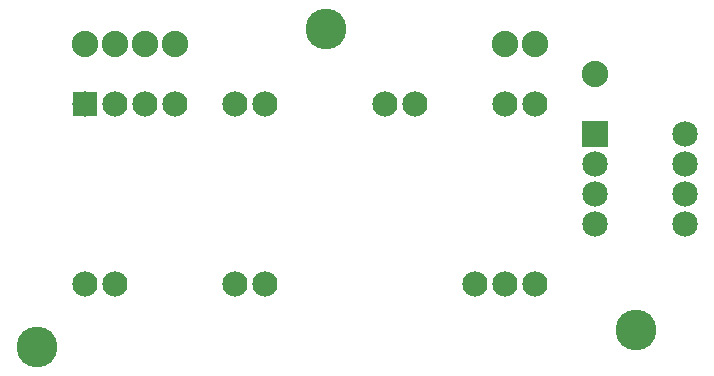
<source format=gts>
G04 MADE WITH FRITZING*
G04 WWW.FRITZING.ORG*
G04 DOUBLE SIDED*
G04 HOLES PLATED*
G04 CONTOUR ON CENTER OF CONTOUR VECTOR*
%ASAXBY*%
%FSLAX23Y23*%
%MOIN*%
%OFA0B0*%
%SFA1.0B1.0*%
%ADD10C,0.084000*%
%ADD11C,0.085000*%
%ADD12C,0.088000*%
%ADD13C,0.135984*%
%ADD14R,0.084000X0.084000*%
%ADD15R,0.085000X0.085000*%
%LNMASK1*%
G90*
G70*
G54D10*
X1161Y317D03*
X1061Y917D03*
X1561Y917D03*
X1061Y317D03*
X1661Y917D03*
X1161Y917D03*
X1961Y917D03*
X2061Y917D03*
X1861Y317D03*
X1961Y317D03*
X2061Y317D03*
X561Y917D03*
X661Y917D03*
X761Y917D03*
X861Y917D03*
X661Y317D03*
X561Y317D03*
G54D11*
X2261Y817D03*
X2561Y817D03*
X2261Y717D03*
X2561Y717D03*
X2261Y617D03*
X2561Y617D03*
X2261Y517D03*
X2561Y517D03*
G54D12*
X561Y1117D03*
X661Y1117D03*
X761Y1117D03*
X861Y1117D03*
X1961Y1117D03*
X2061Y1117D03*
G54D13*
X2397Y162D03*
X403Y107D03*
X1365Y1165D03*
G54D12*
X2261Y1017D03*
G54D14*
X561Y917D03*
G54D15*
X2261Y817D03*
G04 End of Mask1*
M02*
</source>
